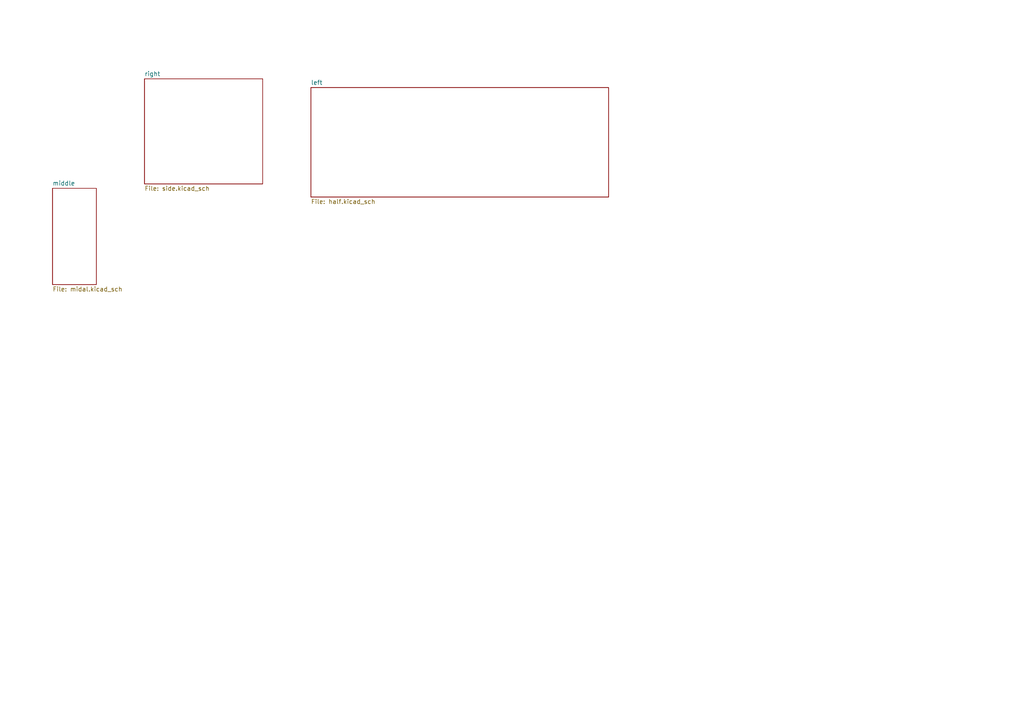
<source format=kicad_sch>
(kicad_sch
	(version 20250114)
	(generator "eeschema")
	(generator_version "9.0")
	(uuid "2b218e36-9b9e-4bec-ac09-11aef000af88")
	(paper "A4")
	(lib_symbols)
	(sheet
		(at 41.91 22.86)
		(size 34.29 30.48)
		(exclude_from_sim no)
		(in_bom yes)
		(on_board yes)
		(dnp no)
		(fields_autoplaced yes)
		(stroke
			(width 0.1524)
			(type solid)
		)
		(fill
			(color 0 0 0 0.0000)
		)
		(uuid "6c5e76ba-80c8-4a7c-ade9-f2726c2d2047")
		(property "Sheetname" "right"
			(at 41.91 22.1484 0)
			(effects
				(font
					(size 1.27 1.27)
				)
				(justify left bottom)
			)
		)
		(property "Sheetfile" "side.kicad_sch"
			(at 41.91 53.9246 0)
			(effects
				(font
					(size 1.27 1.27)
				)
				(justify left top)
			)
		)
		(instances
			(project "kayboard"
				(path "/2b218e36-9b9e-4bec-ac09-11aef000af88"
					(page "3")
				)
			)
		)
	)
	(sheet
		(at 90.17 25.4)
		(size 86.36 31.75)
		(exclude_from_sim no)
		(in_bom yes)
		(on_board yes)
		(dnp no)
		(fields_autoplaced yes)
		(stroke
			(width 0.1524)
			(type solid)
		)
		(fill
			(color 0 0 0 0.0000)
		)
		(uuid "bf741197-de40-417a-9dbb-6e50a762eb38")
		(property "Sheetname" "left"
			(at 90.17 24.6884 0)
			(effects
				(font
					(size 1.27 1.27)
				)
				(justify left bottom)
			)
		)
		(property "Sheetfile" "half.kicad_sch"
			(at 90.17 57.7346 0)
			(effects
				(font
					(size 1.27 1.27)
				)
				(justify left top)
			)
		)
		(instances
			(project "kayboard"
				(path "/2b218e36-9b9e-4bec-ac09-11aef000af88"
					(page "2")
				)
			)
		)
	)
	(sheet
		(at 15.24 54.61)
		(size 12.7 27.94)
		(exclude_from_sim no)
		(in_bom yes)
		(on_board yes)
		(dnp no)
		(fields_autoplaced yes)
		(stroke
			(width 0.1524)
			(type solid)
		)
		(fill
			(color 0 0 0 0.0000)
		)
		(uuid "c3cd1a66-599b-4e8e-9179-ac48f151a22c")
		(property "Sheetname" "middle"
			(at 15.24 53.8984 0)
			(effects
				(font
					(size 1.27 1.27)
				)
				(justify left bottom)
			)
		)
		(property "Sheetfile" "midal.kicad_sch"
			(at 15.24 83.1346 0)
			(effects
				(font
					(size 1.27 1.27)
				)
				(justify left top)
			)
		)
		(instances
			(project "kayboard"
				(path "/2b218e36-9b9e-4bec-ac09-11aef000af88"
					(page "4")
				)
			)
		)
	)
	(sheet_instances
		(path "/"
			(page "1")
		)
	)
	(embedded_fonts no)
)

</source>
